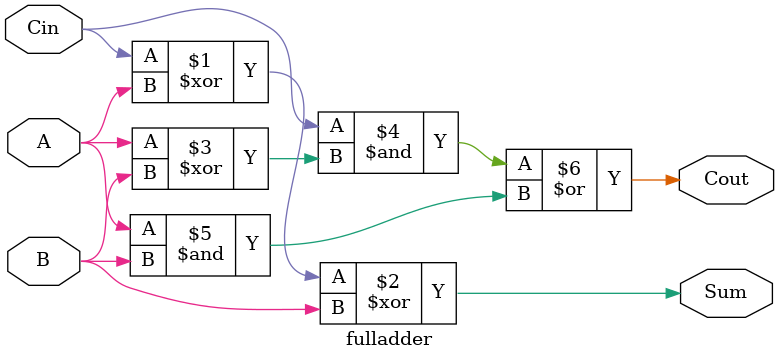
<source format=sv>
module fulladder( 
    input wire A, 
    input wire B, 
    input wire Cin, 
    output wire Sum,
    output wire Cout
    ); 
 
    assign Sum = Cin ^ A ^ B; 
    assign Cout = Cin & (A ^ B)| (A & B);
endmodule
</source>
